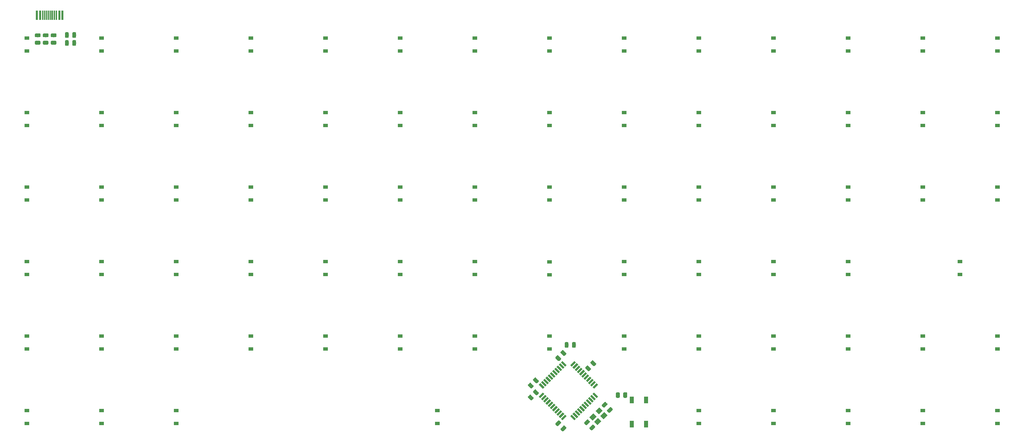
<source format=gbr>
G04 #@! TF.GenerationSoftware,KiCad,Pcbnew,(5.1.4)-1*
G04 #@! TF.CreationDate,2020-08-23T17:11:36-07:00*
G04 #@! TF.ProjectId,B3PKey,4233504b-6579-42e6-9b69-6361645f7063,1*
G04 #@! TF.SameCoordinates,Original*
G04 #@! TF.FileFunction,Paste,Bot*
G04 #@! TF.FilePolarity,Positive*
%FSLAX46Y46*%
G04 Gerber Fmt 4.6, Leading zero omitted, Abs format (unit mm)*
G04 Created by KiCad (PCBNEW (5.1.4)-1) date 2020-08-23 17:11:36*
%MOMM*%
%LPD*%
G04 APERTURE LIST*
%ADD10R,1.200000X0.900000*%
%ADD11C,0.100000*%
%ADD12C,0.975000*%
%ADD13R,0.300000X2.450000*%
%ADD14R,0.600000X2.450000*%
%ADD15C,1.200000*%
%ADD16C,0.550000*%
%ADD17R,1.100000X1.800000*%
G04 APERTURE END LIST*
D10*
X92075000Y-92012500D03*
X92075000Y-95312500D03*
D11*
G36*
X236540478Y-190810314D02*
G01*
X236564139Y-190813824D01*
X236587343Y-190819636D01*
X236609865Y-190827694D01*
X236631489Y-190837922D01*
X236652006Y-190850219D01*
X236671219Y-190864469D01*
X236688943Y-190880533D01*
X237033658Y-191225248D01*
X237049722Y-191242972D01*
X237063972Y-191262185D01*
X237076269Y-191282702D01*
X237086497Y-191304326D01*
X237094555Y-191326848D01*
X237100367Y-191350052D01*
X237103877Y-191373713D01*
X237105051Y-191397605D01*
X237103877Y-191421497D01*
X237100367Y-191445158D01*
X237094555Y-191468362D01*
X237086497Y-191490884D01*
X237076269Y-191512508D01*
X237063972Y-191533025D01*
X237049722Y-191552238D01*
X237033658Y-191569962D01*
X236388423Y-192215197D01*
X236370699Y-192231261D01*
X236351486Y-192245511D01*
X236330969Y-192257808D01*
X236309345Y-192268036D01*
X236286823Y-192276094D01*
X236263619Y-192281906D01*
X236239958Y-192285416D01*
X236216066Y-192286590D01*
X236192174Y-192285416D01*
X236168513Y-192281906D01*
X236145309Y-192276094D01*
X236122787Y-192268036D01*
X236101163Y-192257808D01*
X236080646Y-192245511D01*
X236061433Y-192231261D01*
X236043709Y-192215197D01*
X235698994Y-191870482D01*
X235682930Y-191852758D01*
X235668680Y-191833545D01*
X235656383Y-191813028D01*
X235646155Y-191791404D01*
X235638097Y-191768882D01*
X235632285Y-191745678D01*
X235628775Y-191722017D01*
X235627601Y-191698125D01*
X235628775Y-191674233D01*
X235632285Y-191650572D01*
X235638097Y-191627368D01*
X235646155Y-191604846D01*
X235656383Y-191583222D01*
X235668680Y-191562705D01*
X235682930Y-191543492D01*
X235698994Y-191525768D01*
X236344229Y-190880533D01*
X236361953Y-190864469D01*
X236381166Y-190850219D01*
X236401683Y-190837922D01*
X236423307Y-190827694D01*
X236445829Y-190819636D01*
X236469033Y-190813824D01*
X236492694Y-190810314D01*
X236516586Y-190809140D01*
X236540478Y-190810314D01*
X236540478Y-190810314D01*
G37*
D12*
X236366326Y-191547865D03*
D11*
G36*
X235214652Y-189484488D02*
G01*
X235238313Y-189487998D01*
X235261517Y-189493810D01*
X235284039Y-189501868D01*
X235305663Y-189512096D01*
X235326180Y-189524393D01*
X235345393Y-189538643D01*
X235363117Y-189554707D01*
X235707832Y-189899422D01*
X235723896Y-189917146D01*
X235738146Y-189936359D01*
X235750443Y-189956876D01*
X235760671Y-189978500D01*
X235768729Y-190001022D01*
X235774541Y-190024226D01*
X235778051Y-190047887D01*
X235779225Y-190071779D01*
X235778051Y-190095671D01*
X235774541Y-190119332D01*
X235768729Y-190142536D01*
X235760671Y-190165058D01*
X235750443Y-190186682D01*
X235738146Y-190207199D01*
X235723896Y-190226412D01*
X235707832Y-190244136D01*
X235062597Y-190889371D01*
X235044873Y-190905435D01*
X235025660Y-190919685D01*
X235005143Y-190931982D01*
X234983519Y-190942210D01*
X234960997Y-190950268D01*
X234937793Y-190956080D01*
X234914132Y-190959590D01*
X234890240Y-190960764D01*
X234866348Y-190959590D01*
X234842687Y-190956080D01*
X234819483Y-190950268D01*
X234796961Y-190942210D01*
X234775337Y-190931982D01*
X234754820Y-190919685D01*
X234735607Y-190905435D01*
X234717883Y-190889371D01*
X234373168Y-190544656D01*
X234357104Y-190526932D01*
X234342854Y-190507719D01*
X234330557Y-190487202D01*
X234320329Y-190465578D01*
X234312271Y-190443056D01*
X234306459Y-190419852D01*
X234302949Y-190396191D01*
X234301775Y-190372299D01*
X234302949Y-190348407D01*
X234306459Y-190324746D01*
X234312271Y-190301542D01*
X234320329Y-190279020D01*
X234330557Y-190257396D01*
X234342854Y-190236879D01*
X234357104Y-190217666D01*
X234373168Y-190199942D01*
X235018403Y-189554707D01*
X235036127Y-189538643D01*
X235055340Y-189524393D01*
X235075857Y-189512096D01*
X235097481Y-189501868D01*
X235120003Y-189493810D01*
X235143207Y-189487998D01*
X235166868Y-189484488D01*
X235190760Y-189483314D01*
X235214652Y-189484488D01*
X235214652Y-189484488D01*
G37*
D12*
X235040500Y-190222039D03*
D11*
G36*
X102581142Y-92519174D02*
G01*
X102604803Y-92522684D01*
X102628007Y-92528496D01*
X102650529Y-92536554D01*
X102672153Y-92546782D01*
X102692670Y-92559079D01*
X102711883Y-92573329D01*
X102729607Y-92589393D01*
X102745671Y-92607117D01*
X102759921Y-92626330D01*
X102772218Y-92646847D01*
X102782446Y-92668471D01*
X102790504Y-92690993D01*
X102796316Y-92714197D01*
X102799826Y-92737858D01*
X102801000Y-92761750D01*
X102801000Y-93674250D01*
X102799826Y-93698142D01*
X102796316Y-93721803D01*
X102790504Y-93745007D01*
X102782446Y-93767529D01*
X102772218Y-93789153D01*
X102759921Y-93809670D01*
X102745671Y-93828883D01*
X102729607Y-93846607D01*
X102711883Y-93862671D01*
X102692670Y-93876921D01*
X102672153Y-93889218D01*
X102650529Y-93899446D01*
X102628007Y-93907504D01*
X102604803Y-93913316D01*
X102581142Y-93916826D01*
X102557250Y-93918000D01*
X102069750Y-93918000D01*
X102045858Y-93916826D01*
X102022197Y-93913316D01*
X101998993Y-93907504D01*
X101976471Y-93899446D01*
X101954847Y-93889218D01*
X101934330Y-93876921D01*
X101915117Y-93862671D01*
X101897393Y-93846607D01*
X101881329Y-93828883D01*
X101867079Y-93809670D01*
X101854782Y-93789153D01*
X101844554Y-93767529D01*
X101836496Y-93745007D01*
X101830684Y-93721803D01*
X101827174Y-93698142D01*
X101826000Y-93674250D01*
X101826000Y-92761750D01*
X101827174Y-92737858D01*
X101830684Y-92714197D01*
X101836496Y-92690993D01*
X101844554Y-92668471D01*
X101854782Y-92646847D01*
X101867079Y-92626330D01*
X101881329Y-92607117D01*
X101897393Y-92589393D01*
X101915117Y-92573329D01*
X101934330Y-92559079D01*
X101954847Y-92546782D01*
X101976471Y-92536554D01*
X101998993Y-92528496D01*
X102022197Y-92522684D01*
X102045858Y-92519174D01*
X102069750Y-92518000D01*
X102557250Y-92518000D01*
X102581142Y-92519174D01*
X102581142Y-92519174D01*
G37*
D12*
X102313500Y-93218000D03*
D11*
G36*
X104456142Y-92519174D02*
G01*
X104479803Y-92522684D01*
X104503007Y-92528496D01*
X104525529Y-92536554D01*
X104547153Y-92546782D01*
X104567670Y-92559079D01*
X104586883Y-92573329D01*
X104604607Y-92589393D01*
X104620671Y-92607117D01*
X104634921Y-92626330D01*
X104647218Y-92646847D01*
X104657446Y-92668471D01*
X104665504Y-92690993D01*
X104671316Y-92714197D01*
X104674826Y-92737858D01*
X104676000Y-92761750D01*
X104676000Y-93674250D01*
X104674826Y-93698142D01*
X104671316Y-93721803D01*
X104665504Y-93745007D01*
X104657446Y-93767529D01*
X104647218Y-93789153D01*
X104634921Y-93809670D01*
X104620671Y-93828883D01*
X104604607Y-93846607D01*
X104586883Y-93862671D01*
X104567670Y-93876921D01*
X104547153Y-93889218D01*
X104525529Y-93899446D01*
X104503007Y-93907504D01*
X104479803Y-93913316D01*
X104456142Y-93916826D01*
X104432250Y-93918000D01*
X103944750Y-93918000D01*
X103920858Y-93916826D01*
X103897197Y-93913316D01*
X103873993Y-93907504D01*
X103851471Y-93899446D01*
X103829847Y-93889218D01*
X103809330Y-93876921D01*
X103790117Y-93862671D01*
X103772393Y-93846607D01*
X103756329Y-93828883D01*
X103742079Y-93809670D01*
X103729782Y-93789153D01*
X103719554Y-93767529D01*
X103711496Y-93745007D01*
X103705684Y-93721803D01*
X103702174Y-93698142D01*
X103701000Y-93674250D01*
X103701000Y-92761750D01*
X103702174Y-92737858D01*
X103705684Y-92714197D01*
X103711496Y-92690993D01*
X103719554Y-92668471D01*
X103729782Y-92646847D01*
X103742079Y-92626330D01*
X103756329Y-92607117D01*
X103772393Y-92589393D01*
X103790117Y-92573329D01*
X103809330Y-92559079D01*
X103829847Y-92546782D01*
X103851471Y-92536554D01*
X103873993Y-92528496D01*
X103897197Y-92522684D01*
X103920858Y-92519174D01*
X103944750Y-92518000D01*
X104432250Y-92518000D01*
X104456142Y-92519174D01*
X104456142Y-92519174D01*
G37*
D12*
X104188500Y-93218000D03*
D11*
G36*
X102581142Y-90487174D02*
G01*
X102604803Y-90490684D01*
X102628007Y-90496496D01*
X102650529Y-90504554D01*
X102672153Y-90514782D01*
X102692670Y-90527079D01*
X102711883Y-90541329D01*
X102729607Y-90557393D01*
X102745671Y-90575117D01*
X102759921Y-90594330D01*
X102772218Y-90614847D01*
X102782446Y-90636471D01*
X102790504Y-90658993D01*
X102796316Y-90682197D01*
X102799826Y-90705858D01*
X102801000Y-90729750D01*
X102801000Y-91642250D01*
X102799826Y-91666142D01*
X102796316Y-91689803D01*
X102790504Y-91713007D01*
X102782446Y-91735529D01*
X102772218Y-91757153D01*
X102759921Y-91777670D01*
X102745671Y-91796883D01*
X102729607Y-91814607D01*
X102711883Y-91830671D01*
X102692670Y-91844921D01*
X102672153Y-91857218D01*
X102650529Y-91867446D01*
X102628007Y-91875504D01*
X102604803Y-91881316D01*
X102581142Y-91884826D01*
X102557250Y-91886000D01*
X102069750Y-91886000D01*
X102045858Y-91884826D01*
X102022197Y-91881316D01*
X101998993Y-91875504D01*
X101976471Y-91867446D01*
X101954847Y-91857218D01*
X101934330Y-91844921D01*
X101915117Y-91830671D01*
X101897393Y-91814607D01*
X101881329Y-91796883D01*
X101867079Y-91777670D01*
X101854782Y-91757153D01*
X101844554Y-91735529D01*
X101836496Y-91713007D01*
X101830684Y-91689803D01*
X101827174Y-91666142D01*
X101826000Y-91642250D01*
X101826000Y-90729750D01*
X101827174Y-90705858D01*
X101830684Y-90682197D01*
X101836496Y-90658993D01*
X101844554Y-90636471D01*
X101854782Y-90614847D01*
X101867079Y-90594330D01*
X101881329Y-90575117D01*
X101897393Y-90557393D01*
X101915117Y-90541329D01*
X101934330Y-90527079D01*
X101954847Y-90514782D01*
X101976471Y-90504554D01*
X101998993Y-90496496D01*
X102022197Y-90490684D01*
X102045858Y-90487174D01*
X102069750Y-90486000D01*
X102557250Y-90486000D01*
X102581142Y-90487174D01*
X102581142Y-90487174D01*
G37*
D12*
X102313500Y-91186000D03*
D11*
G36*
X104456142Y-90487174D02*
G01*
X104479803Y-90490684D01*
X104503007Y-90496496D01*
X104525529Y-90504554D01*
X104547153Y-90514782D01*
X104567670Y-90527079D01*
X104586883Y-90541329D01*
X104604607Y-90557393D01*
X104620671Y-90575117D01*
X104634921Y-90594330D01*
X104647218Y-90614847D01*
X104657446Y-90636471D01*
X104665504Y-90658993D01*
X104671316Y-90682197D01*
X104674826Y-90705858D01*
X104676000Y-90729750D01*
X104676000Y-91642250D01*
X104674826Y-91666142D01*
X104671316Y-91689803D01*
X104665504Y-91713007D01*
X104657446Y-91735529D01*
X104647218Y-91757153D01*
X104634921Y-91777670D01*
X104620671Y-91796883D01*
X104604607Y-91814607D01*
X104586883Y-91830671D01*
X104567670Y-91844921D01*
X104547153Y-91857218D01*
X104525529Y-91867446D01*
X104503007Y-91875504D01*
X104479803Y-91881316D01*
X104456142Y-91884826D01*
X104432250Y-91886000D01*
X103944750Y-91886000D01*
X103920858Y-91884826D01*
X103897197Y-91881316D01*
X103873993Y-91875504D01*
X103851471Y-91867446D01*
X103829847Y-91857218D01*
X103809330Y-91844921D01*
X103790117Y-91830671D01*
X103772393Y-91814607D01*
X103756329Y-91796883D01*
X103742079Y-91777670D01*
X103729782Y-91757153D01*
X103719554Y-91735529D01*
X103711496Y-91713007D01*
X103705684Y-91689803D01*
X103702174Y-91666142D01*
X103701000Y-91642250D01*
X103701000Y-90729750D01*
X103702174Y-90705858D01*
X103705684Y-90682197D01*
X103711496Y-90658993D01*
X103719554Y-90636471D01*
X103729782Y-90614847D01*
X103742079Y-90594330D01*
X103756329Y-90575117D01*
X103772393Y-90557393D01*
X103790117Y-90541329D01*
X103809330Y-90527079D01*
X103829847Y-90514782D01*
X103851471Y-90504554D01*
X103873993Y-90496496D01*
X103897197Y-90490684D01*
X103920858Y-90487174D01*
X103944750Y-90486000D01*
X104432250Y-90486000D01*
X104456142Y-90487174D01*
X104456142Y-90487174D01*
G37*
D12*
X104188500Y-91186000D03*
D11*
G36*
X221875230Y-181816008D02*
G01*
X221898891Y-181819518D01*
X221922095Y-181825330D01*
X221944617Y-181833388D01*
X221966241Y-181843616D01*
X221986758Y-181855913D01*
X222005971Y-181870163D01*
X222023695Y-181886227D01*
X222668930Y-182531462D01*
X222684994Y-182549186D01*
X222699244Y-182568399D01*
X222711541Y-182588916D01*
X222721769Y-182610540D01*
X222729827Y-182633062D01*
X222735639Y-182656266D01*
X222739149Y-182679927D01*
X222740323Y-182703819D01*
X222739149Y-182727711D01*
X222735639Y-182751372D01*
X222729827Y-182774576D01*
X222721769Y-182797098D01*
X222711541Y-182818722D01*
X222699244Y-182839239D01*
X222684994Y-182858452D01*
X222668930Y-182876176D01*
X222324215Y-183220891D01*
X222306491Y-183236955D01*
X222287278Y-183251205D01*
X222266761Y-183263502D01*
X222245137Y-183273730D01*
X222222615Y-183281788D01*
X222199411Y-183287600D01*
X222175750Y-183291110D01*
X222151858Y-183292284D01*
X222127966Y-183291110D01*
X222104305Y-183287600D01*
X222081101Y-183281788D01*
X222058579Y-183273730D01*
X222036955Y-183263502D01*
X222016438Y-183251205D01*
X221997225Y-183236955D01*
X221979501Y-183220891D01*
X221334266Y-182575656D01*
X221318202Y-182557932D01*
X221303952Y-182538719D01*
X221291655Y-182518202D01*
X221281427Y-182496578D01*
X221273369Y-182474056D01*
X221267557Y-182450852D01*
X221264047Y-182427191D01*
X221262873Y-182403299D01*
X221264047Y-182379407D01*
X221267557Y-182355746D01*
X221273369Y-182332542D01*
X221281427Y-182310020D01*
X221291655Y-182288396D01*
X221303952Y-182267879D01*
X221318202Y-182248666D01*
X221334266Y-182230942D01*
X221678981Y-181886227D01*
X221696705Y-181870163D01*
X221715918Y-181855913D01*
X221736435Y-181843616D01*
X221758059Y-181833388D01*
X221780581Y-181825330D01*
X221803785Y-181819518D01*
X221827446Y-181816008D01*
X221851338Y-181814834D01*
X221875230Y-181816008D01*
X221875230Y-181816008D01*
G37*
D12*
X222001598Y-182553559D03*
D11*
G36*
X220549404Y-183141834D02*
G01*
X220573065Y-183145344D01*
X220596269Y-183151156D01*
X220618791Y-183159214D01*
X220640415Y-183169442D01*
X220660932Y-183181739D01*
X220680145Y-183195989D01*
X220697869Y-183212053D01*
X221343104Y-183857288D01*
X221359168Y-183875012D01*
X221373418Y-183894225D01*
X221385715Y-183914742D01*
X221395943Y-183936366D01*
X221404001Y-183958888D01*
X221409813Y-183982092D01*
X221413323Y-184005753D01*
X221414497Y-184029645D01*
X221413323Y-184053537D01*
X221409813Y-184077198D01*
X221404001Y-184100402D01*
X221395943Y-184122924D01*
X221385715Y-184144548D01*
X221373418Y-184165065D01*
X221359168Y-184184278D01*
X221343104Y-184202002D01*
X220998389Y-184546717D01*
X220980665Y-184562781D01*
X220961452Y-184577031D01*
X220940935Y-184589328D01*
X220919311Y-184599556D01*
X220896789Y-184607614D01*
X220873585Y-184613426D01*
X220849924Y-184616936D01*
X220826032Y-184618110D01*
X220802140Y-184616936D01*
X220778479Y-184613426D01*
X220755275Y-184607614D01*
X220732753Y-184599556D01*
X220711129Y-184589328D01*
X220690612Y-184577031D01*
X220671399Y-184562781D01*
X220653675Y-184546717D01*
X220008440Y-183901482D01*
X219992376Y-183883758D01*
X219978126Y-183864545D01*
X219965829Y-183844028D01*
X219955601Y-183822404D01*
X219947543Y-183799882D01*
X219941731Y-183776678D01*
X219938221Y-183753017D01*
X219937047Y-183729125D01*
X219938221Y-183705233D01*
X219941731Y-183681572D01*
X219947543Y-183658368D01*
X219955601Y-183635846D01*
X219965829Y-183614222D01*
X219978126Y-183593705D01*
X219992376Y-183574492D01*
X220008440Y-183556768D01*
X220353155Y-183212053D01*
X220370879Y-183195989D01*
X220390092Y-183181739D01*
X220410609Y-183169442D01*
X220432233Y-183159214D01*
X220454755Y-183151156D01*
X220477959Y-183145344D01*
X220501620Y-183141834D01*
X220525512Y-183140660D01*
X220549404Y-183141834D01*
X220549404Y-183141834D01*
G37*
D12*
X220675772Y-183879385D03*
D11*
G36*
X97381142Y-90778174D02*
G01*
X97404803Y-90781684D01*
X97428007Y-90787496D01*
X97450529Y-90795554D01*
X97472153Y-90805782D01*
X97492670Y-90818079D01*
X97511883Y-90832329D01*
X97529607Y-90848393D01*
X97545671Y-90866117D01*
X97559921Y-90885330D01*
X97572218Y-90905847D01*
X97582446Y-90927471D01*
X97590504Y-90949993D01*
X97596316Y-90973197D01*
X97599826Y-90996858D01*
X97601000Y-91020750D01*
X97601000Y-91508250D01*
X97599826Y-91532142D01*
X97596316Y-91555803D01*
X97590504Y-91579007D01*
X97582446Y-91601529D01*
X97572218Y-91623153D01*
X97559921Y-91643670D01*
X97545671Y-91662883D01*
X97529607Y-91680607D01*
X97511883Y-91696671D01*
X97492670Y-91710921D01*
X97472153Y-91723218D01*
X97450529Y-91733446D01*
X97428007Y-91741504D01*
X97404803Y-91747316D01*
X97381142Y-91750826D01*
X97357250Y-91752000D01*
X96444750Y-91752000D01*
X96420858Y-91750826D01*
X96397197Y-91747316D01*
X96373993Y-91741504D01*
X96351471Y-91733446D01*
X96329847Y-91723218D01*
X96309330Y-91710921D01*
X96290117Y-91696671D01*
X96272393Y-91680607D01*
X96256329Y-91662883D01*
X96242079Y-91643670D01*
X96229782Y-91623153D01*
X96219554Y-91601529D01*
X96211496Y-91579007D01*
X96205684Y-91555803D01*
X96202174Y-91532142D01*
X96201000Y-91508250D01*
X96201000Y-91020750D01*
X96202174Y-90996858D01*
X96205684Y-90973197D01*
X96211496Y-90949993D01*
X96219554Y-90927471D01*
X96229782Y-90905847D01*
X96242079Y-90885330D01*
X96256329Y-90866117D01*
X96272393Y-90848393D01*
X96290117Y-90832329D01*
X96309330Y-90818079D01*
X96329847Y-90805782D01*
X96351471Y-90795554D01*
X96373993Y-90787496D01*
X96397197Y-90781684D01*
X96420858Y-90778174D01*
X96444750Y-90777000D01*
X97357250Y-90777000D01*
X97381142Y-90778174D01*
X97381142Y-90778174D01*
G37*
D12*
X96901000Y-91264500D03*
D11*
G36*
X97381142Y-92653174D02*
G01*
X97404803Y-92656684D01*
X97428007Y-92662496D01*
X97450529Y-92670554D01*
X97472153Y-92680782D01*
X97492670Y-92693079D01*
X97511883Y-92707329D01*
X97529607Y-92723393D01*
X97545671Y-92741117D01*
X97559921Y-92760330D01*
X97572218Y-92780847D01*
X97582446Y-92802471D01*
X97590504Y-92824993D01*
X97596316Y-92848197D01*
X97599826Y-92871858D01*
X97601000Y-92895750D01*
X97601000Y-93383250D01*
X97599826Y-93407142D01*
X97596316Y-93430803D01*
X97590504Y-93454007D01*
X97582446Y-93476529D01*
X97572218Y-93498153D01*
X97559921Y-93518670D01*
X97545671Y-93537883D01*
X97529607Y-93555607D01*
X97511883Y-93571671D01*
X97492670Y-93585921D01*
X97472153Y-93598218D01*
X97450529Y-93608446D01*
X97428007Y-93616504D01*
X97404803Y-93622316D01*
X97381142Y-93625826D01*
X97357250Y-93627000D01*
X96444750Y-93627000D01*
X96420858Y-93625826D01*
X96397197Y-93622316D01*
X96373993Y-93616504D01*
X96351471Y-93608446D01*
X96329847Y-93598218D01*
X96309330Y-93585921D01*
X96290117Y-93571671D01*
X96272393Y-93555607D01*
X96256329Y-93537883D01*
X96242079Y-93518670D01*
X96229782Y-93498153D01*
X96219554Y-93476529D01*
X96211496Y-93454007D01*
X96205684Y-93430803D01*
X96202174Y-93407142D01*
X96201000Y-93383250D01*
X96201000Y-92895750D01*
X96202174Y-92871858D01*
X96205684Y-92848197D01*
X96211496Y-92824993D01*
X96219554Y-92802471D01*
X96229782Y-92780847D01*
X96242079Y-92760330D01*
X96256329Y-92741117D01*
X96272393Y-92723393D01*
X96290117Y-92707329D01*
X96309330Y-92693079D01*
X96329847Y-92680782D01*
X96351471Y-92670554D01*
X96373993Y-92662496D01*
X96397197Y-92656684D01*
X96420858Y-92653174D01*
X96444750Y-92652000D01*
X97357250Y-92652000D01*
X97381142Y-92653174D01*
X97381142Y-92653174D01*
G37*
D12*
X96901000Y-93139500D03*
D11*
G36*
X99413142Y-90778174D02*
G01*
X99436803Y-90781684D01*
X99460007Y-90787496D01*
X99482529Y-90795554D01*
X99504153Y-90805782D01*
X99524670Y-90818079D01*
X99543883Y-90832329D01*
X99561607Y-90848393D01*
X99577671Y-90866117D01*
X99591921Y-90885330D01*
X99604218Y-90905847D01*
X99614446Y-90927471D01*
X99622504Y-90949993D01*
X99628316Y-90973197D01*
X99631826Y-90996858D01*
X99633000Y-91020750D01*
X99633000Y-91508250D01*
X99631826Y-91532142D01*
X99628316Y-91555803D01*
X99622504Y-91579007D01*
X99614446Y-91601529D01*
X99604218Y-91623153D01*
X99591921Y-91643670D01*
X99577671Y-91662883D01*
X99561607Y-91680607D01*
X99543883Y-91696671D01*
X99524670Y-91710921D01*
X99504153Y-91723218D01*
X99482529Y-91733446D01*
X99460007Y-91741504D01*
X99436803Y-91747316D01*
X99413142Y-91750826D01*
X99389250Y-91752000D01*
X98476750Y-91752000D01*
X98452858Y-91750826D01*
X98429197Y-91747316D01*
X98405993Y-91741504D01*
X98383471Y-91733446D01*
X98361847Y-91723218D01*
X98341330Y-91710921D01*
X98322117Y-91696671D01*
X98304393Y-91680607D01*
X98288329Y-91662883D01*
X98274079Y-91643670D01*
X98261782Y-91623153D01*
X98251554Y-91601529D01*
X98243496Y-91579007D01*
X98237684Y-91555803D01*
X98234174Y-91532142D01*
X98233000Y-91508250D01*
X98233000Y-91020750D01*
X98234174Y-90996858D01*
X98237684Y-90973197D01*
X98243496Y-90949993D01*
X98251554Y-90927471D01*
X98261782Y-90905847D01*
X98274079Y-90885330D01*
X98288329Y-90866117D01*
X98304393Y-90848393D01*
X98322117Y-90832329D01*
X98341330Y-90818079D01*
X98361847Y-90805782D01*
X98383471Y-90795554D01*
X98405993Y-90787496D01*
X98429197Y-90781684D01*
X98452858Y-90778174D01*
X98476750Y-90777000D01*
X99389250Y-90777000D01*
X99413142Y-90778174D01*
X99413142Y-90778174D01*
G37*
D12*
X98933000Y-91264500D03*
D11*
G36*
X99413142Y-92653174D02*
G01*
X99436803Y-92656684D01*
X99460007Y-92662496D01*
X99482529Y-92670554D01*
X99504153Y-92680782D01*
X99524670Y-92693079D01*
X99543883Y-92707329D01*
X99561607Y-92723393D01*
X99577671Y-92741117D01*
X99591921Y-92760330D01*
X99604218Y-92780847D01*
X99614446Y-92802471D01*
X99622504Y-92824993D01*
X99628316Y-92848197D01*
X99631826Y-92871858D01*
X99633000Y-92895750D01*
X99633000Y-93383250D01*
X99631826Y-93407142D01*
X99628316Y-93430803D01*
X99622504Y-93454007D01*
X99614446Y-93476529D01*
X99604218Y-93498153D01*
X99591921Y-93518670D01*
X99577671Y-93537883D01*
X99561607Y-93555607D01*
X99543883Y-93571671D01*
X99524670Y-93585921D01*
X99504153Y-93598218D01*
X99482529Y-93608446D01*
X99460007Y-93616504D01*
X99436803Y-93622316D01*
X99413142Y-93625826D01*
X99389250Y-93627000D01*
X98476750Y-93627000D01*
X98452858Y-93625826D01*
X98429197Y-93622316D01*
X98405993Y-93616504D01*
X98383471Y-93608446D01*
X98361847Y-93598218D01*
X98341330Y-93585921D01*
X98322117Y-93571671D01*
X98304393Y-93555607D01*
X98288329Y-93537883D01*
X98274079Y-93518670D01*
X98261782Y-93498153D01*
X98251554Y-93476529D01*
X98243496Y-93454007D01*
X98237684Y-93430803D01*
X98234174Y-93407142D01*
X98233000Y-93383250D01*
X98233000Y-92895750D01*
X98234174Y-92871858D01*
X98237684Y-92848197D01*
X98243496Y-92824993D01*
X98251554Y-92802471D01*
X98261782Y-92780847D01*
X98274079Y-92760330D01*
X98288329Y-92741117D01*
X98304393Y-92723393D01*
X98322117Y-92707329D01*
X98341330Y-92693079D01*
X98361847Y-92680782D01*
X98383471Y-92670554D01*
X98405993Y-92662496D01*
X98429197Y-92656684D01*
X98452858Y-92653174D01*
X98476750Y-92652000D01*
X99389250Y-92652000D01*
X99413142Y-92653174D01*
X99413142Y-92653174D01*
G37*
D12*
X98933000Y-93139500D03*
D11*
G36*
X243170142Y-182562174D02*
G01*
X243193803Y-182565684D01*
X243217007Y-182571496D01*
X243239529Y-182579554D01*
X243261153Y-182589782D01*
X243281670Y-182602079D01*
X243300883Y-182616329D01*
X243318607Y-182632393D01*
X243334671Y-182650117D01*
X243348921Y-182669330D01*
X243361218Y-182689847D01*
X243371446Y-182711471D01*
X243379504Y-182733993D01*
X243385316Y-182757197D01*
X243388826Y-182780858D01*
X243390000Y-182804750D01*
X243390000Y-183717250D01*
X243388826Y-183741142D01*
X243385316Y-183764803D01*
X243379504Y-183788007D01*
X243371446Y-183810529D01*
X243361218Y-183832153D01*
X243348921Y-183852670D01*
X243334671Y-183871883D01*
X243318607Y-183889607D01*
X243300883Y-183905671D01*
X243281670Y-183919921D01*
X243261153Y-183932218D01*
X243239529Y-183942446D01*
X243217007Y-183950504D01*
X243193803Y-183956316D01*
X243170142Y-183959826D01*
X243146250Y-183961000D01*
X242658750Y-183961000D01*
X242634858Y-183959826D01*
X242611197Y-183956316D01*
X242587993Y-183950504D01*
X242565471Y-183942446D01*
X242543847Y-183932218D01*
X242523330Y-183919921D01*
X242504117Y-183905671D01*
X242486393Y-183889607D01*
X242470329Y-183871883D01*
X242456079Y-183852670D01*
X242443782Y-183832153D01*
X242433554Y-183810529D01*
X242425496Y-183788007D01*
X242419684Y-183764803D01*
X242416174Y-183741142D01*
X242415000Y-183717250D01*
X242415000Y-182804750D01*
X242416174Y-182780858D01*
X242419684Y-182757197D01*
X242425496Y-182733993D01*
X242433554Y-182711471D01*
X242443782Y-182689847D01*
X242456079Y-182669330D01*
X242470329Y-182650117D01*
X242486393Y-182632393D01*
X242504117Y-182616329D01*
X242523330Y-182602079D01*
X242543847Y-182589782D01*
X242565471Y-182579554D01*
X242587993Y-182571496D01*
X242611197Y-182565684D01*
X242634858Y-182562174D01*
X242658750Y-182561000D01*
X243146250Y-182561000D01*
X243170142Y-182562174D01*
X243170142Y-182562174D01*
G37*
D12*
X242902500Y-183261000D03*
D11*
G36*
X245045142Y-182562174D02*
G01*
X245068803Y-182565684D01*
X245092007Y-182571496D01*
X245114529Y-182579554D01*
X245136153Y-182589782D01*
X245156670Y-182602079D01*
X245175883Y-182616329D01*
X245193607Y-182632393D01*
X245209671Y-182650117D01*
X245223921Y-182669330D01*
X245236218Y-182689847D01*
X245246446Y-182711471D01*
X245254504Y-182733993D01*
X245260316Y-182757197D01*
X245263826Y-182780858D01*
X245265000Y-182804750D01*
X245265000Y-183717250D01*
X245263826Y-183741142D01*
X245260316Y-183764803D01*
X245254504Y-183788007D01*
X245246446Y-183810529D01*
X245236218Y-183832153D01*
X245223921Y-183852670D01*
X245209671Y-183871883D01*
X245193607Y-183889607D01*
X245175883Y-183905671D01*
X245156670Y-183919921D01*
X245136153Y-183932218D01*
X245114529Y-183942446D01*
X245092007Y-183950504D01*
X245068803Y-183956316D01*
X245045142Y-183959826D01*
X245021250Y-183961000D01*
X244533750Y-183961000D01*
X244509858Y-183959826D01*
X244486197Y-183956316D01*
X244462993Y-183950504D01*
X244440471Y-183942446D01*
X244418847Y-183932218D01*
X244398330Y-183919921D01*
X244379117Y-183905671D01*
X244361393Y-183889607D01*
X244345329Y-183871883D01*
X244331079Y-183852670D01*
X244318782Y-183832153D01*
X244308554Y-183810529D01*
X244300496Y-183788007D01*
X244294684Y-183764803D01*
X244291174Y-183741142D01*
X244290000Y-183717250D01*
X244290000Y-182804750D01*
X244291174Y-182780858D01*
X244294684Y-182757197D01*
X244300496Y-182733993D01*
X244308554Y-182711471D01*
X244318782Y-182689847D01*
X244331079Y-182669330D01*
X244345329Y-182650117D01*
X244361393Y-182632393D01*
X244379117Y-182616329D01*
X244398330Y-182602079D01*
X244418847Y-182589782D01*
X244440471Y-182579554D01*
X244462993Y-182571496D01*
X244486197Y-182565684D01*
X244509858Y-182562174D01*
X244533750Y-182561000D01*
X245021250Y-182561000D01*
X245045142Y-182562174D01*
X245045142Y-182562174D01*
G37*
D12*
X244777500Y-183261000D03*
D13*
X97667000Y-86096800D03*
X98167000Y-86096800D03*
X98667000Y-86096800D03*
X97167000Y-86096800D03*
X99167000Y-86096800D03*
X96667000Y-86096800D03*
X99667000Y-86096800D03*
X96167000Y-86096800D03*
D14*
X95467000Y-86096800D03*
X100367000Y-86096800D03*
X94692000Y-86096800D03*
X101142000Y-86096800D03*
D11*
G36*
X95349142Y-90778174D02*
G01*
X95372803Y-90781684D01*
X95396007Y-90787496D01*
X95418529Y-90795554D01*
X95440153Y-90805782D01*
X95460670Y-90818079D01*
X95479883Y-90832329D01*
X95497607Y-90848393D01*
X95513671Y-90866117D01*
X95527921Y-90885330D01*
X95540218Y-90905847D01*
X95550446Y-90927471D01*
X95558504Y-90949993D01*
X95564316Y-90973197D01*
X95567826Y-90996858D01*
X95569000Y-91020750D01*
X95569000Y-91508250D01*
X95567826Y-91532142D01*
X95564316Y-91555803D01*
X95558504Y-91579007D01*
X95550446Y-91601529D01*
X95540218Y-91623153D01*
X95527921Y-91643670D01*
X95513671Y-91662883D01*
X95497607Y-91680607D01*
X95479883Y-91696671D01*
X95460670Y-91710921D01*
X95440153Y-91723218D01*
X95418529Y-91733446D01*
X95396007Y-91741504D01*
X95372803Y-91747316D01*
X95349142Y-91750826D01*
X95325250Y-91752000D01*
X94412750Y-91752000D01*
X94388858Y-91750826D01*
X94365197Y-91747316D01*
X94341993Y-91741504D01*
X94319471Y-91733446D01*
X94297847Y-91723218D01*
X94277330Y-91710921D01*
X94258117Y-91696671D01*
X94240393Y-91680607D01*
X94224329Y-91662883D01*
X94210079Y-91643670D01*
X94197782Y-91623153D01*
X94187554Y-91601529D01*
X94179496Y-91579007D01*
X94173684Y-91555803D01*
X94170174Y-91532142D01*
X94169000Y-91508250D01*
X94169000Y-91020750D01*
X94170174Y-90996858D01*
X94173684Y-90973197D01*
X94179496Y-90949993D01*
X94187554Y-90927471D01*
X94197782Y-90905847D01*
X94210079Y-90885330D01*
X94224329Y-90866117D01*
X94240393Y-90848393D01*
X94258117Y-90832329D01*
X94277330Y-90818079D01*
X94297847Y-90805782D01*
X94319471Y-90795554D01*
X94341993Y-90787496D01*
X94365197Y-90781684D01*
X94388858Y-90778174D01*
X94412750Y-90777000D01*
X95325250Y-90777000D01*
X95349142Y-90778174D01*
X95349142Y-90778174D01*
G37*
D12*
X94869000Y-91264500D03*
D11*
G36*
X95349142Y-92653174D02*
G01*
X95372803Y-92656684D01*
X95396007Y-92662496D01*
X95418529Y-92670554D01*
X95440153Y-92680782D01*
X95460670Y-92693079D01*
X95479883Y-92707329D01*
X95497607Y-92723393D01*
X95513671Y-92741117D01*
X95527921Y-92760330D01*
X95540218Y-92780847D01*
X95550446Y-92802471D01*
X95558504Y-92824993D01*
X95564316Y-92848197D01*
X95567826Y-92871858D01*
X95569000Y-92895750D01*
X95569000Y-93383250D01*
X95567826Y-93407142D01*
X95564316Y-93430803D01*
X95558504Y-93454007D01*
X95550446Y-93476529D01*
X95540218Y-93498153D01*
X95527921Y-93518670D01*
X95513671Y-93537883D01*
X95497607Y-93555607D01*
X95479883Y-93571671D01*
X95460670Y-93585921D01*
X95440153Y-93598218D01*
X95418529Y-93608446D01*
X95396007Y-93616504D01*
X95372803Y-93622316D01*
X95349142Y-93625826D01*
X95325250Y-93627000D01*
X94412750Y-93627000D01*
X94388858Y-93625826D01*
X94365197Y-93622316D01*
X94341993Y-93616504D01*
X94319471Y-93608446D01*
X94297847Y-93598218D01*
X94277330Y-93585921D01*
X94258117Y-93571671D01*
X94240393Y-93555607D01*
X94224329Y-93537883D01*
X94210079Y-93518670D01*
X94197782Y-93498153D01*
X94187554Y-93476529D01*
X94179496Y-93454007D01*
X94173684Y-93430803D01*
X94170174Y-93407142D01*
X94169000Y-93383250D01*
X94169000Y-92895750D01*
X94170174Y-92871858D01*
X94173684Y-92848197D01*
X94179496Y-92824993D01*
X94187554Y-92802471D01*
X94197782Y-92780847D01*
X94210079Y-92760330D01*
X94224329Y-92741117D01*
X94240393Y-92723393D01*
X94258117Y-92707329D01*
X94277330Y-92693079D01*
X94297847Y-92680782D01*
X94319471Y-92670554D01*
X94341993Y-92662496D01*
X94365197Y-92656684D01*
X94388858Y-92653174D01*
X94412750Y-92652000D01*
X95325250Y-92652000D01*
X95349142Y-92653174D01*
X95349142Y-92653174D01*
G37*
D12*
X94869000Y-93139500D03*
D10*
X196850000Y-187262500D03*
X196850000Y-190562500D03*
X339725000Y-187262500D03*
X339725000Y-190562500D03*
X320675000Y-187200000D03*
X320675000Y-190500000D03*
X301625000Y-187262500D03*
X301625000Y-190562500D03*
X282575000Y-187262500D03*
X282575000Y-190562500D03*
X263525000Y-187262500D03*
X263525000Y-190562500D03*
X130175000Y-187262500D03*
X130175000Y-190562500D03*
X111125000Y-187262500D03*
X111125000Y-190562500D03*
X92075000Y-187262500D03*
X92075000Y-190562500D03*
X339725000Y-168212500D03*
X339725000Y-171512500D03*
X320675000Y-168212500D03*
X320675000Y-171512500D03*
X301625000Y-168212500D03*
X301625000Y-171512500D03*
X282575000Y-168212500D03*
X282575000Y-171512500D03*
X263525000Y-168212500D03*
X263525000Y-171512500D03*
X244475000Y-168212500D03*
X244475000Y-171512500D03*
X225425000Y-168212500D03*
X225425000Y-171512500D03*
X206375000Y-168212500D03*
X206375000Y-171512500D03*
X187325000Y-168212500D03*
X187325000Y-171512500D03*
X168275000Y-168212500D03*
X168275000Y-171512500D03*
X149225000Y-168212500D03*
X149225000Y-171512500D03*
X130175000Y-168212500D03*
X130175000Y-171512500D03*
X111125000Y-168212500D03*
X111125000Y-171512500D03*
X92075000Y-168212500D03*
X92075000Y-171512500D03*
X330200000Y-149162500D03*
X330200000Y-152462500D03*
X301625000Y-149162500D03*
X301625000Y-152462500D03*
X282575000Y-149162500D03*
X282575000Y-152462500D03*
X263525000Y-149162500D03*
X263525000Y-152462500D03*
X244475000Y-149162500D03*
X244475000Y-152462500D03*
X225425000Y-149225000D03*
X225425000Y-152525000D03*
X206375000Y-149162500D03*
X206375000Y-152462500D03*
X187325000Y-149162500D03*
X187325000Y-152462500D03*
X168275000Y-149162500D03*
X168275000Y-152462500D03*
X149225000Y-149162500D03*
X149225000Y-152462500D03*
X130175000Y-149162500D03*
X130175000Y-152462500D03*
X111125000Y-152462500D03*
X111125000Y-149162500D03*
X92075000Y-149162500D03*
X92075000Y-152462500D03*
X339725000Y-130112500D03*
X339725000Y-133412500D03*
X320675000Y-130112500D03*
X320675000Y-133412500D03*
X301625000Y-130112500D03*
X301625000Y-133412500D03*
X282575000Y-130112500D03*
X282575000Y-133412500D03*
X263525000Y-130112500D03*
X263525000Y-133412500D03*
X244475000Y-130112500D03*
X244475000Y-133412500D03*
X225425000Y-130112500D03*
X225425000Y-133412500D03*
X206375000Y-130112500D03*
X206375000Y-133412500D03*
X187325000Y-130112500D03*
X187325000Y-133412500D03*
X168275000Y-130112500D03*
X168275000Y-133412500D03*
X149225000Y-130112500D03*
X149225000Y-133412500D03*
X130175000Y-130112500D03*
X130175000Y-133412500D03*
X111125000Y-130112500D03*
X111125000Y-133412500D03*
X92075000Y-130112500D03*
X92075000Y-133412500D03*
X339725000Y-111062500D03*
X339725000Y-114362500D03*
X320675000Y-111062500D03*
X320675000Y-114362500D03*
X301625000Y-111062500D03*
X301625000Y-114362500D03*
X282575000Y-111062500D03*
X282575000Y-114362500D03*
X263525000Y-111062500D03*
X263525000Y-114362500D03*
X244475000Y-111062500D03*
X244475000Y-114362500D03*
X225425000Y-111062500D03*
X225425000Y-114362500D03*
X206375000Y-111062500D03*
X206375000Y-114362500D03*
X187325000Y-111062500D03*
X187325000Y-114362500D03*
X168275000Y-111062500D03*
X168275000Y-114362500D03*
X149225000Y-111062500D03*
X149225000Y-114362500D03*
X130175000Y-111062500D03*
X130175000Y-114362500D03*
X111125000Y-111062500D03*
X111125000Y-114362500D03*
X92075000Y-111062500D03*
X92075000Y-114362500D03*
X339725000Y-92012500D03*
X339725000Y-95312500D03*
X320675000Y-92012500D03*
X320675000Y-95312500D03*
X301625000Y-92012500D03*
X301625000Y-95312500D03*
X282575000Y-92012500D03*
X282575000Y-95312500D03*
X263525000Y-92012500D03*
X263525000Y-95312500D03*
X244475000Y-92012500D03*
X244475000Y-95312500D03*
X225425000Y-92012500D03*
X225425000Y-95312500D03*
X206375000Y-92012500D03*
X206375000Y-95312500D03*
X187325000Y-92012500D03*
X187325000Y-95312500D03*
X168275000Y-92012500D03*
X168275000Y-95312500D03*
X149225000Y-92012500D03*
X149225000Y-95312500D03*
X130175000Y-92012500D03*
X130175000Y-95312500D03*
X111125000Y-92012500D03*
X111125000Y-95312500D03*
D15*
X237771700Y-190018746D03*
D11*
G36*
X237700989Y-190937985D02*
G01*
X236852461Y-190089457D01*
X237842411Y-189099507D01*
X238690939Y-189948035D01*
X237700989Y-190937985D01*
X237700989Y-190937985D01*
G37*
D15*
X239327335Y-188463111D03*
D11*
G36*
X239256624Y-189382350D02*
G01*
X238408096Y-188533822D01*
X239398046Y-187543872D01*
X240246574Y-188392400D01*
X239256624Y-189382350D01*
X239256624Y-189382350D01*
G37*
D15*
X238125254Y-187261030D03*
D11*
G36*
X238054543Y-188180269D02*
G01*
X237206015Y-187331741D01*
X238195965Y-186341791D01*
X239044493Y-187190319D01*
X238054543Y-188180269D01*
X238054543Y-188180269D01*
G37*
D15*
X236569619Y-188816665D03*
D11*
G36*
X236498908Y-189735904D02*
G01*
X235650380Y-188887376D01*
X236640330Y-187897426D01*
X237488858Y-188745954D01*
X236498908Y-189735904D01*
X236498908Y-189735904D01*
G37*
D16*
X231498573Y-175257455D03*
D11*
G36*
X231834449Y-174532671D02*
G01*
X232223357Y-174921579D01*
X231162697Y-175982239D01*
X230773789Y-175593331D01*
X231834449Y-174532671D01*
X231834449Y-174532671D01*
G37*
D16*
X232064258Y-175823141D03*
D11*
G36*
X232400134Y-175098357D02*
G01*
X232789042Y-175487265D01*
X231728382Y-176547925D01*
X231339474Y-176159017D01*
X232400134Y-175098357D01*
X232400134Y-175098357D01*
G37*
D16*
X232629943Y-176388826D03*
D11*
G36*
X232965819Y-175664042D02*
G01*
X233354727Y-176052950D01*
X232294067Y-177113610D01*
X231905159Y-176724702D01*
X232965819Y-175664042D01*
X232965819Y-175664042D01*
G37*
D16*
X233195629Y-176954511D03*
D11*
G36*
X233531505Y-176229727D02*
G01*
X233920413Y-176618635D01*
X232859753Y-177679295D01*
X232470845Y-177290387D01*
X233531505Y-176229727D01*
X233531505Y-176229727D01*
G37*
D16*
X233761314Y-177520197D03*
D11*
G36*
X234097190Y-176795413D02*
G01*
X234486098Y-177184321D01*
X233425438Y-178244981D01*
X233036530Y-177856073D01*
X234097190Y-176795413D01*
X234097190Y-176795413D01*
G37*
D16*
X234327000Y-178085882D03*
D11*
G36*
X234662876Y-177361098D02*
G01*
X235051784Y-177750006D01*
X233991124Y-178810666D01*
X233602216Y-178421758D01*
X234662876Y-177361098D01*
X234662876Y-177361098D01*
G37*
D16*
X234892685Y-178651568D03*
D11*
G36*
X235228561Y-177926784D02*
G01*
X235617469Y-178315692D01*
X234556809Y-179376352D01*
X234167901Y-178987444D01*
X235228561Y-177926784D01*
X235228561Y-177926784D01*
G37*
D16*
X235458371Y-179217253D03*
D11*
G36*
X235794247Y-178492469D02*
G01*
X236183155Y-178881377D01*
X235122495Y-179942037D01*
X234733587Y-179553129D01*
X235794247Y-178492469D01*
X235794247Y-178492469D01*
G37*
D16*
X236024056Y-179782939D03*
D11*
G36*
X236359932Y-179058155D02*
G01*
X236748840Y-179447063D01*
X235688180Y-180507723D01*
X235299272Y-180118815D01*
X236359932Y-179058155D01*
X236359932Y-179058155D01*
G37*
D16*
X236589741Y-180348624D03*
D11*
G36*
X236925617Y-179623840D02*
G01*
X237314525Y-180012748D01*
X236253865Y-181073408D01*
X235864957Y-180684500D01*
X236925617Y-179623840D01*
X236925617Y-179623840D01*
G37*
D16*
X237155427Y-180914309D03*
D11*
G36*
X237491303Y-180189525D02*
G01*
X237880211Y-180578433D01*
X236819551Y-181639093D01*
X236430643Y-181250185D01*
X237491303Y-180189525D01*
X237491303Y-180189525D01*
G37*
D16*
X237155427Y-183318473D03*
D11*
G36*
X237880211Y-183654349D02*
G01*
X237491303Y-184043257D01*
X236430643Y-182982597D01*
X236819551Y-182593689D01*
X237880211Y-183654349D01*
X237880211Y-183654349D01*
G37*
D16*
X236589741Y-183884158D03*
D11*
G36*
X237314525Y-184220034D02*
G01*
X236925617Y-184608942D01*
X235864957Y-183548282D01*
X236253865Y-183159374D01*
X237314525Y-184220034D01*
X237314525Y-184220034D01*
G37*
D16*
X236024056Y-184449843D03*
D11*
G36*
X236748840Y-184785719D02*
G01*
X236359932Y-185174627D01*
X235299272Y-184113967D01*
X235688180Y-183725059D01*
X236748840Y-184785719D01*
X236748840Y-184785719D01*
G37*
D16*
X235458371Y-185015529D03*
D11*
G36*
X236183155Y-185351405D02*
G01*
X235794247Y-185740313D01*
X234733587Y-184679653D01*
X235122495Y-184290745D01*
X236183155Y-185351405D01*
X236183155Y-185351405D01*
G37*
D16*
X234892685Y-185581214D03*
D11*
G36*
X235617469Y-185917090D02*
G01*
X235228561Y-186305998D01*
X234167901Y-185245338D01*
X234556809Y-184856430D01*
X235617469Y-185917090D01*
X235617469Y-185917090D01*
G37*
D16*
X234327000Y-186146900D03*
D11*
G36*
X235051784Y-186482776D02*
G01*
X234662876Y-186871684D01*
X233602216Y-185811024D01*
X233991124Y-185422116D01*
X235051784Y-186482776D01*
X235051784Y-186482776D01*
G37*
D16*
X233761314Y-186712585D03*
D11*
G36*
X234486098Y-187048461D02*
G01*
X234097190Y-187437369D01*
X233036530Y-186376709D01*
X233425438Y-185987801D01*
X234486098Y-187048461D01*
X234486098Y-187048461D01*
G37*
D16*
X233195629Y-187278271D03*
D11*
G36*
X233920413Y-187614147D02*
G01*
X233531505Y-188003055D01*
X232470845Y-186942395D01*
X232859753Y-186553487D01*
X233920413Y-187614147D01*
X233920413Y-187614147D01*
G37*
D16*
X232629943Y-187843956D03*
D11*
G36*
X233354727Y-188179832D02*
G01*
X232965819Y-188568740D01*
X231905159Y-187508080D01*
X232294067Y-187119172D01*
X233354727Y-188179832D01*
X233354727Y-188179832D01*
G37*
D16*
X232064258Y-188409641D03*
D11*
G36*
X232789042Y-188745517D02*
G01*
X232400134Y-189134425D01*
X231339474Y-188073765D01*
X231728382Y-187684857D01*
X232789042Y-188745517D01*
X232789042Y-188745517D01*
G37*
D16*
X231498573Y-188975327D03*
D11*
G36*
X232223357Y-189311203D02*
G01*
X231834449Y-189700111D01*
X230773789Y-188639451D01*
X231162697Y-188250543D01*
X232223357Y-189311203D01*
X232223357Y-189311203D01*
G37*
D16*
X229094409Y-188975327D03*
D11*
G36*
X229430285Y-188250543D02*
G01*
X229819193Y-188639451D01*
X228758533Y-189700111D01*
X228369625Y-189311203D01*
X229430285Y-188250543D01*
X229430285Y-188250543D01*
G37*
D16*
X228528724Y-188409641D03*
D11*
G36*
X228864600Y-187684857D02*
G01*
X229253508Y-188073765D01*
X228192848Y-189134425D01*
X227803940Y-188745517D01*
X228864600Y-187684857D01*
X228864600Y-187684857D01*
G37*
D16*
X227963039Y-187843956D03*
D11*
G36*
X228298915Y-187119172D02*
G01*
X228687823Y-187508080D01*
X227627163Y-188568740D01*
X227238255Y-188179832D01*
X228298915Y-187119172D01*
X228298915Y-187119172D01*
G37*
D16*
X227397353Y-187278271D03*
D11*
G36*
X227733229Y-186553487D02*
G01*
X228122137Y-186942395D01*
X227061477Y-188003055D01*
X226672569Y-187614147D01*
X227733229Y-186553487D01*
X227733229Y-186553487D01*
G37*
D16*
X226831668Y-186712585D03*
D11*
G36*
X227167544Y-185987801D02*
G01*
X227556452Y-186376709D01*
X226495792Y-187437369D01*
X226106884Y-187048461D01*
X227167544Y-185987801D01*
X227167544Y-185987801D01*
G37*
D16*
X226265982Y-186146900D03*
D11*
G36*
X226601858Y-185422116D02*
G01*
X226990766Y-185811024D01*
X225930106Y-186871684D01*
X225541198Y-186482776D01*
X226601858Y-185422116D01*
X226601858Y-185422116D01*
G37*
D16*
X225700297Y-185581214D03*
D11*
G36*
X226036173Y-184856430D02*
G01*
X226425081Y-185245338D01*
X225364421Y-186305998D01*
X224975513Y-185917090D01*
X226036173Y-184856430D01*
X226036173Y-184856430D01*
G37*
D16*
X225134611Y-185015529D03*
D11*
G36*
X225470487Y-184290745D02*
G01*
X225859395Y-184679653D01*
X224798735Y-185740313D01*
X224409827Y-185351405D01*
X225470487Y-184290745D01*
X225470487Y-184290745D01*
G37*
D16*
X224568926Y-184449843D03*
D11*
G36*
X224904802Y-183725059D02*
G01*
X225293710Y-184113967D01*
X224233050Y-185174627D01*
X223844142Y-184785719D01*
X224904802Y-183725059D01*
X224904802Y-183725059D01*
G37*
D16*
X224003241Y-183884158D03*
D11*
G36*
X224339117Y-183159374D02*
G01*
X224728025Y-183548282D01*
X223667365Y-184608942D01*
X223278457Y-184220034D01*
X224339117Y-183159374D01*
X224339117Y-183159374D01*
G37*
D16*
X223437555Y-183318473D03*
D11*
G36*
X223773431Y-182593689D02*
G01*
X224162339Y-182982597D01*
X223101679Y-184043257D01*
X222712771Y-183654349D01*
X223773431Y-182593689D01*
X223773431Y-182593689D01*
G37*
D16*
X223437555Y-180914309D03*
D11*
G36*
X224162339Y-181250185D02*
G01*
X223773431Y-181639093D01*
X222712771Y-180578433D01*
X223101679Y-180189525D01*
X224162339Y-181250185D01*
X224162339Y-181250185D01*
G37*
D16*
X224003241Y-180348624D03*
D11*
G36*
X224728025Y-180684500D02*
G01*
X224339117Y-181073408D01*
X223278457Y-180012748D01*
X223667365Y-179623840D01*
X224728025Y-180684500D01*
X224728025Y-180684500D01*
G37*
D16*
X224568926Y-179782939D03*
D11*
G36*
X225293710Y-180118815D02*
G01*
X224904802Y-180507723D01*
X223844142Y-179447063D01*
X224233050Y-179058155D01*
X225293710Y-180118815D01*
X225293710Y-180118815D01*
G37*
D16*
X225134611Y-179217253D03*
D11*
G36*
X225859395Y-179553129D02*
G01*
X225470487Y-179942037D01*
X224409827Y-178881377D01*
X224798735Y-178492469D01*
X225859395Y-179553129D01*
X225859395Y-179553129D01*
G37*
D16*
X225700297Y-178651568D03*
D11*
G36*
X226425081Y-178987444D02*
G01*
X226036173Y-179376352D01*
X224975513Y-178315692D01*
X225364421Y-177926784D01*
X226425081Y-178987444D01*
X226425081Y-178987444D01*
G37*
D16*
X226265982Y-178085882D03*
D11*
G36*
X226990766Y-178421758D02*
G01*
X226601858Y-178810666D01*
X225541198Y-177750006D01*
X225930106Y-177361098D01*
X226990766Y-178421758D01*
X226990766Y-178421758D01*
G37*
D16*
X226831668Y-177520197D03*
D11*
G36*
X227556452Y-177856073D02*
G01*
X227167544Y-178244981D01*
X226106884Y-177184321D01*
X226495792Y-176795413D01*
X227556452Y-177856073D01*
X227556452Y-177856073D01*
G37*
D16*
X227397353Y-176954511D03*
D11*
G36*
X228122137Y-177290387D02*
G01*
X227733229Y-177679295D01*
X226672569Y-176618635D01*
X227061477Y-176229727D01*
X228122137Y-177290387D01*
X228122137Y-177290387D01*
G37*
D16*
X227963039Y-176388826D03*
D11*
G36*
X228687823Y-176724702D02*
G01*
X228298915Y-177113610D01*
X227238255Y-176052950D01*
X227627163Y-175664042D01*
X228687823Y-176724702D01*
X228687823Y-176724702D01*
G37*
D16*
X228528724Y-175823141D03*
D11*
G36*
X229253508Y-176159017D02*
G01*
X228864600Y-176547925D01*
X227803940Y-175487265D01*
X228192848Y-175098357D01*
X229253508Y-176159017D01*
X229253508Y-176159017D01*
G37*
D16*
X229094409Y-175257455D03*
D11*
G36*
X229819193Y-175593331D02*
G01*
X229430285Y-175982239D01*
X228369625Y-174921579D01*
X228758533Y-174532671D01*
X229819193Y-175593331D01*
X229819193Y-175593331D01*
G37*
D17*
X250135000Y-190679000D03*
X246435000Y-184479000D03*
X246435000Y-190679000D03*
X250135000Y-184479000D03*
D11*
G36*
X230089142Y-169735174D02*
G01*
X230112803Y-169738684D01*
X230136007Y-169744496D01*
X230158529Y-169752554D01*
X230180153Y-169762782D01*
X230200670Y-169775079D01*
X230219883Y-169789329D01*
X230237607Y-169805393D01*
X230253671Y-169823117D01*
X230267921Y-169842330D01*
X230280218Y-169862847D01*
X230290446Y-169884471D01*
X230298504Y-169906993D01*
X230304316Y-169930197D01*
X230307826Y-169953858D01*
X230309000Y-169977750D01*
X230309000Y-170890250D01*
X230307826Y-170914142D01*
X230304316Y-170937803D01*
X230298504Y-170961007D01*
X230290446Y-170983529D01*
X230280218Y-171005153D01*
X230267921Y-171025670D01*
X230253671Y-171044883D01*
X230237607Y-171062607D01*
X230219883Y-171078671D01*
X230200670Y-171092921D01*
X230180153Y-171105218D01*
X230158529Y-171115446D01*
X230136007Y-171123504D01*
X230112803Y-171129316D01*
X230089142Y-171132826D01*
X230065250Y-171134000D01*
X229577750Y-171134000D01*
X229553858Y-171132826D01*
X229530197Y-171129316D01*
X229506993Y-171123504D01*
X229484471Y-171115446D01*
X229462847Y-171105218D01*
X229442330Y-171092921D01*
X229423117Y-171078671D01*
X229405393Y-171062607D01*
X229389329Y-171044883D01*
X229375079Y-171025670D01*
X229362782Y-171005153D01*
X229352554Y-170983529D01*
X229344496Y-170961007D01*
X229338684Y-170937803D01*
X229335174Y-170914142D01*
X229334000Y-170890250D01*
X229334000Y-169977750D01*
X229335174Y-169953858D01*
X229338684Y-169930197D01*
X229344496Y-169906993D01*
X229352554Y-169884471D01*
X229362782Y-169862847D01*
X229375079Y-169842330D01*
X229389329Y-169823117D01*
X229405393Y-169805393D01*
X229423117Y-169789329D01*
X229442330Y-169775079D01*
X229462847Y-169762782D01*
X229484471Y-169752554D01*
X229506993Y-169744496D01*
X229530197Y-169738684D01*
X229553858Y-169735174D01*
X229577750Y-169734000D01*
X230065250Y-169734000D01*
X230089142Y-169735174D01*
X230089142Y-169735174D01*
G37*
D12*
X229821500Y-170434000D03*
D11*
G36*
X231964142Y-169735174D02*
G01*
X231987803Y-169738684D01*
X232011007Y-169744496D01*
X232033529Y-169752554D01*
X232055153Y-169762782D01*
X232075670Y-169775079D01*
X232094883Y-169789329D01*
X232112607Y-169805393D01*
X232128671Y-169823117D01*
X232142921Y-169842330D01*
X232155218Y-169862847D01*
X232165446Y-169884471D01*
X232173504Y-169906993D01*
X232179316Y-169930197D01*
X232182826Y-169953858D01*
X232184000Y-169977750D01*
X232184000Y-170890250D01*
X232182826Y-170914142D01*
X232179316Y-170937803D01*
X232173504Y-170961007D01*
X232165446Y-170983529D01*
X232155218Y-171005153D01*
X232142921Y-171025670D01*
X232128671Y-171044883D01*
X232112607Y-171062607D01*
X232094883Y-171078671D01*
X232075670Y-171092921D01*
X232055153Y-171105218D01*
X232033529Y-171115446D01*
X232011007Y-171123504D01*
X231987803Y-171129316D01*
X231964142Y-171132826D01*
X231940250Y-171134000D01*
X231452750Y-171134000D01*
X231428858Y-171132826D01*
X231405197Y-171129316D01*
X231381993Y-171123504D01*
X231359471Y-171115446D01*
X231337847Y-171105218D01*
X231317330Y-171092921D01*
X231298117Y-171078671D01*
X231280393Y-171062607D01*
X231264329Y-171044883D01*
X231250079Y-171025670D01*
X231237782Y-171005153D01*
X231227554Y-170983529D01*
X231219496Y-170961007D01*
X231213684Y-170937803D01*
X231210174Y-170914142D01*
X231209000Y-170890250D01*
X231209000Y-169977750D01*
X231210174Y-169953858D01*
X231213684Y-169930197D01*
X231219496Y-169906993D01*
X231227554Y-169884471D01*
X231237782Y-169862847D01*
X231250079Y-169842330D01*
X231264329Y-169823117D01*
X231280393Y-169805393D01*
X231298117Y-169789329D01*
X231317330Y-169775079D01*
X231337847Y-169762782D01*
X231359471Y-169752554D01*
X231381993Y-169744496D01*
X231405197Y-169738684D01*
X231428858Y-169735174D01*
X231452750Y-169734000D01*
X231940250Y-169734000D01*
X231964142Y-169735174D01*
X231964142Y-169735174D01*
G37*
D12*
X231696500Y-170434000D03*
D11*
G36*
X220549404Y-180088547D02*
G01*
X220573065Y-180092057D01*
X220596269Y-180097869D01*
X220618791Y-180105927D01*
X220640415Y-180116155D01*
X220660932Y-180128452D01*
X220680145Y-180142702D01*
X220697869Y-180158766D01*
X221343104Y-180804001D01*
X221359168Y-180821725D01*
X221373418Y-180840938D01*
X221385715Y-180861455D01*
X221395943Y-180883079D01*
X221404001Y-180905601D01*
X221409813Y-180928805D01*
X221413323Y-180952466D01*
X221414497Y-180976358D01*
X221413323Y-181000250D01*
X221409813Y-181023911D01*
X221404001Y-181047115D01*
X221395943Y-181069637D01*
X221385715Y-181091261D01*
X221373418Y-181111778D01*
X221359168Y-181130991D01*
X221343104Y-181148715D01*
X220998389Y-181493430D01*
X220980665Y-181509494D01*
X220961452Y-181523744D01*
X220940935Y-181536041D01*
X220919311Y-181546269D01*
X220896789Y-181554327D01*
X220873585Y-181560139D01*
X220849924Y-181563649D01*
X220826032Y-181564823D01*
X220802140Y-181563649D01*
X220778479Y-181560139D01*
X220755275Y-181554327D01*
X220732753Y-181546269D01*
X220711129Y-181536041D01*
X220690612Y-181523744D01*
X220671399Y-181509494D01*
X220653675Y-181493430D01*
X220008440Y-180848195D01*
X219992376Y-180830471D01*
X219978126Y-180811258D01*
X219965829Y-180790741D01*
X219955601Y-180769117D01*
X219947543Y-180746595D01*
X219941731Y-180723391D01*
X219938221Y-180699730D01*
X219937047Y-180675838D01*
X219938221Y-180651946D01*
X219941731Y-180628285D01*
X219947543Y-180605081D01*
X219955601Y-180582559D01*
X219965829Y-180560935D01*
X219978126Y-180540418D01*
X219992376Y-180521205D01*
X220008440Y-180503481D01*
X220353155Y-180158766D01*
X220370879Y-180142702D01*
X220390092Y-180128452D01*
X220410609Y-180116155D01*
X220432233Y-180105927D01*
X220454755Y-180097869D01*
X220477959Y-180092057D01*
X220501620Y-180088547D01*
X220525512Y-180087373D01*
X220549404Y-180088547D01*
X220549404Y-180088547D01*
G37*
D12*
X220675772Y-180826098D03*
D11*
G36*
X221875230Y-178762721D02*
G01*
X221898891Y-178766231D01*
X221922095Y-178772043D01*
X221944617Y-178780101D01*
X221966241Y-178790329D01*
X221986758Y-178802626D01*
X222005971Y-178816876D01*
X222023695Y-178832940D01*
X222668930Y-179478175D01*
X222684994Y-179495899D01*
X222699244Y-179515112D01*
X222711541Y-179535629D01*
X222721769Y-179557253D01*
X222729827Y-179579775D01*
X222735639Y-179602979D01*
X222739149Y-179626640D01*
X222740323Y-179650532D01*
X222739149Y-179674424D01*
X222735639Y-179698085D01*
X222729827Y-179721289D01*
X222721769Y-179743811D01*
X222711541Y-179765435D01*
X222699244Y-179785952D01*
X222684994Y-179805165D01*
X222668930Y-179822889D01*
X222324215Y-180167604D01*
X222306491Y-180183668D01*
X222287278Y-180197918D01*
X222266761Y-180210215D01*
X222245137Y-180220443D01*
X222222615Y-180228501D01*
X222199411Y-180234313D01*
X222175750Y-180237823D01*
X222151858Y-180238997D01*
X222127966Y-180237823D01*
X222104305Y-180234313D01*
X222081101Y-180228501D01*
X222058579Y-180220443D01*
X222036955Y-180210215D01*
X222016438Y-180197918D01*
X221997225Y-180183668D01*
X221979501Y-180167604D01*
X221334266Y-179522369D01*
X221318202Y-179504645D01*
X221303952Y-179485432D01*
X221291655Y-179464915D01*
X221281427Y-179443291D01*
X221273369Y-179420769D01*
X221267557Y-179397565D01*
X221264047Y-179373904D01*
X221262873Y-179350012D01*
X221264047Y-179326120D01*
X221267557Y-179302459D01*
X221273369Y-179279255D01*
X221281427Y-179256733D01*
X221291655Y-179235109D01*
X221303952Y-179214592D01*
X221318202Y-179195379D01*
X221334266Y-179177655D01*
X221678981Y-178832940D01*
X221696705Y-178816876D01*
X221715918Y-178802626D01*
X221736435Y-178790329D01*
X221758059Y-178780101D01*
X221780581Y-178772043D01*
X221803785Y-178766231D01*
X221827446Y-178762721D01*
X221851338Y-178761547D01*
X221875230Y-178762721D01*
X221875230Y-178762721D01*
G37*
D12*
X222001598Y-179500272D03*
D11*
G36*
X228879830Y-171758121D02*
G01*
X228903491Y-171761631D01*
X228926695Y-171767443D01*
X228949217Y-171775501D01*
X228970841Y-171785729D01*
X228991358Y-171798026D01*
X229010571Y-171812276D01*
X229028295Y-171828340D01*
X229673530Y-172473575D01*
X229689594Y-172491299D01*
X229703844Y-172510512D01*
X229716141Y-172531029D01*
X229726369Y-172552653D01*
X229734427Y-172575175D01*
X229740239Y-172598379D01*
X229743749Y-172622040D01*
X229744923Y-172645932D01*
X229743749Y-172669824D01*
X229740239Y-172693485D01*
X229734427Y-172716689D01*
X229726369Y-172739211D01*
X229716141Y-172760835D01*
X229703844Y-172781352D01*
X229689594Y-172800565D01*
X229673530Y-172818289D01*
X229328815Y-173163004D01*
X229311091Y-173179068D01*
X229291878Y-173193318D01*
X229271361Y-173205615D01*
X229249737Y-173215843D01*
X229227215Y-173223901D01*
X229204011Y-173229713D01*
X229180350Y-173233223D01*
X229156458Y-173234397D01*
X229132566Y-173233223D01*
X229108905Y-173229713D01*
X229085701Y-173223901D01*
X229063179Y-173215843D01*
X229041555Y-173205615D01*
X229021038Y-173193318D01*
X229001825Y-173179068D01*
X228984101Y-173163004D01*
X228338866Y-172517769D01*
X228322802Y-172500045D01*
X228308552Y-172480832D01*
X228296255Y-172460315D01*
X228286027Y-172438691D01*
X228277969Y-172416169D01*
X228272157Y-172392965D01*
X228268647Y-172369304D01*
X228267473Y-172345412D01*
X228268647Y-172321520D01*
X228272157Y-172297859D01*
X228277969Y-172274655D01*
X228286027Y-172252133D01*
X228296255Y-172230509D01*
X228308552Y-172209992D01*
X228322802Y-172190779D01*
X228338866Y-172173055D01*
X228683581Y-171828340D01*
X228701305Y-171812276D01*
X228720518Y-171798026D01*
X228741035Y-171785729D01*
X228762659Y-171775501D01*
X228785181Y-171767443D01*
X228808385Y-171761631D01*
X228832046Y-171758121D01*
X228855938Y-171756947D01*
X228879830Y-171758121D01*
X228879830Y-171758121D01*
G37*
D12*
X229006198Y-172495672D03*
D11*
G36*
X227554004Y-173083947D02*
G01*
X227577665Y-173087457D01*
X227600869Y-173093269D01*
X227623391Y-173101327D01*
X227645015Y-173111555D01*
X227665532Y-173123852D01*
X227684745Y-173138102D01*
X227702469Y-173154166D01*
X228347704Y-173799401D01*
X228363768Y-173817125D01*
X228378018Y-173836338D01*
X228390315Y-173856855D01*
X228400543Y-173878479D01*
X228408601Y-173901001D01*
X228414413Y-173924205D01*
X228417923Y-173947866D01*
X228419097Y-173971758D01*
X228417923Y-173995650D01*
X228414413Y-174019311D01*
X228408601Y-174042515D01*
X228400543Y-174065037D01*
X228390315Y-174086661D01*
X228378018Y-174107178D01*
X228363768Y-174126391D01*
X228347704Y-174144115D01*
X228002989Y-174488830D01*
X227985265Y-174504894D01*
X227966052Y-174519144D01*
X227945535Y-174531441D01*
X227923911Y-174541669D01*
X227901389Y-174549727D01*
X227878185Y-174555539D01*
X227854524Y-174559049D01*
X227830632Y-174560223D01*
X227806740Y-174559049D01*
X227783079Y-174555539D01*
X227759875Y-174549727D01*
X227737353Y-174541669D01*
X227715729Y-174531441D01*
X227695212Y-174519144D01*
X227675999Y-174504894D01*
X227658275Y-174488830D01*
X227013040Y-173843595D01*
X226996976Y-173825871D01*
X226982726Y-173806658D01*
X226970429Y-173786141D01*
X226960201Y-173764517D01*
X226952143Y-173741995D01*
X226946331Y-173718791D01*
X226942821Y-173695130D01*
X226941647Y-173671238D01*
X226942821Y-173647346D01*
X226946331Y-173623685D01*
X226952143Y-173600481D01*
X226960201Y-173577959D01*
X226970429Y-173556335D01*
X226982726Y-173535818D01*
X226996976Y-173516605D01*
X227013040Y-173498881D01*
X227357755Y-173154166D01*
X227375479Y-173138102D01*
X227394692Y-173123852D01*
X227415209Y-173111555D01*
X227436833Y-173101327D01*
X227459355Y-173093269D01*
X227482559Y-173087457D01*
X227506220Y-173083947D01*
X227530112Y-173082773D01*
X227554004Y-173083947D01*
X227554004Y-173083947D01*
G37*
D12*
X227680372Y-173821498D03*
D11*
G36*
X227857239Y-189718633D02*
G01*
X227880900Y-189722143D01*
X227904104Y-189727955D01*
X227926626Y-189736013D01*
X227948250Y-189746241D01*
X227968767Y-189758538D01*
X227987980Y-189772788D01*
X228005704Y-189788852D01*
X228350419Y-190133567D01*
X228366483Y-190151291D01*
X228380733Y-190170504D01*
X228393030Y-190191021D01*
X228403258Y-190212645D01*
X228411316Y-190235167D01*
X228417128Y-190258371D01*
X228420638Y-190282032D01*
X228421812Y-190305924D01*
X228420638Y-190329816D01*
X228417128Y-190353477D01*
X228411316Y-190376681D01*
X228403258Y-190399203D01*
X228393030Y-190420827D01*
X228380733Y-190441344D01*
X228366483Y-190460557D01*
X228350419Y-190478281D01*
X227705184Y-191123516D01*
X227687460Y-191139580D01*
X227668247Y-191153830D01*
X227647730Y-191166127D01*
X227626106Y-191176355D01*
X227603584Y-191184413D01*
X227580380Y-191190225D01*
X227556719Y-191193735D01*
X227532827Y-191194909D01*
X227508935Y-191193735D01*
X227485274Y-191190225D01*
X227462070Y-191184413D01*
X227439548Y-191176355D01*
X227417924Y-191166127D01*
X227397407Y-191153830D01*
X227378194Y-191139580D01*
X227360470Y-191123516D01*
X227015755Y-190778801D01*
X226999691Y-190761077D01*
X226985441Y-190741864D01*
X226973144Y-190721347D01*
X226962916Y-190699723D01*
X226954858Y-190677201D01*
X226949046Y-190653997D01*
X226945536Y-190630336D01*
X226944362Y-190606444D01*
X226945536Y-190582552D01*
X226949046Y-190558891D01*
X226954858Y-190535687D01*
X226962916Y-190513165D01*
X226973144Y-190491541D01*
X226985441Y-190471024D01*
X226999691Y-190451811D01*
X227015755Y-190434087D01*
X227660990Y-189788852D01*
X227678714Y-189772788D01*
X227697927Y-189758538D01*
X227718444Y-189746241D01*
X227740068Y-189736013D01*
X227762590Y-189727955D01*
X227785794Y-189722143D01*
X227809455Y-189718633D01*
X227833347Y-189717459D01*
X227857239Y-189718633D01*
X227857239Y-189718633D01*
G37*
D12*
X227683087Y-190456184D03*
D11*
G36*
X229183065Y-191044459D02*
G01*
X229206726Y-191047969D01*
X229229930Y-191053781D01*
X229252452Y-191061839D01*
X229274076Y-191072067D01*
X229294593Y-191084364D01*
X229313806Y-191098614D01*
X229331530Y-191114678D01*
X229676245Y-191459393D01*
X229692309Y-191477117D01*
X229706559Y-191496330D01*
X229718856Y-191516847D01*
X229729084Y-191538471D01*
X229737142Y-191560993D01*
X229742954Y-191584197D01*
X229746464Y-191607858D01*
X229747638Y-191631750D01*
X229746464Y-191655642D01*
X229742954Y-191679303D01*
X229737142Y-191702507D01*
X229729084Y-191725029D01*
X229718856Y-191746653D01*
X229706559Y-191767170D01*
X229692309Y-191786383D01*
X229676245Y-191804107D01*
X229031010Y-192449342D01*
X229013286Y-192465406D01*
X228994073Y-192479656D01*
X228973556Y-192491953D01*
X228951932Y-192502181D01*
X228929410Y-192510239D01*
X228906206Y-192516051D01*
X228882545Y-192519561D01*
X228858653Y-192520735D01*
X228834761Y-192519561D01*
X228811100Y-192516051D01*
X228787896Y-192510239D01*
X228765374Y-192502181D01*
X228743750Y-192491953D01*
X228723233Y-192479656D01*
X228704020Y-192465406D01*
X228686296Y-192449342D01*
X228341581Y-192104627D01*
X228325517Y-192086903D01*
X228311267Y-192067690D01*
X228298970Y-192047173D01*
X228288742Y-192025549D01*
X228280684Y-192003027D01*
X228274872Y-191979823D01*
X228271362Y-191956162D01*
X228270188Y-191932270D01*
X228271362Y-191908378D01*
X228274872Y-191884717D01*
X228280684Y-191861513D01*
X228288742Y-191838991D01*
X228298970Y-191817367D01*
X228311267Y-191796850D01*
X228325517Y-191777637D01*
X228341581Y-191759913D01*
X228986816Y-191114678D01*
X229004540Y-191098614D01*
X229023753Y-191084364D01*
X229044270Y-191072067D01*
X229065894Y-191061839D01*
X229088416Y-191053781D01*
X229111620Y-191047969D01*
X229135281Y-191044459D01*
X229159173Y-191043285D01*
X229183065Y-191044459D01*
X229183065Y-191044459D01*
G37*
D12*
X229008913Y-191782010D03*
D11*
G36*
X236502545Y-174367536D02*
G01*
X236526206Y-174371046D01*
X236549410Y-174376858D01*
X236571932Y-174384916D01*
X236593556Y-174395144D01*
X236614073Y-174407441D01*
X236633286Y-174421691D01*
X236651010Y-174437755D01*
X237296245Y-175082990D01*
X237312309Y-175100714D01*
X237326559Y-175119927D01*
X237338856Y-175140444D01*
X237349084Y-175162068D01*
X237357142Y-175184590D01*
X237362954Y-175207794D01*
X237366464Y-175231455D01*
X237367638Y-175255347D01*
X237366464Y-175279239D01*
X237362954Y-175302900D01*
X237357142Y-175326104D01*
X237349084Y-175348626D01*
X237338856Y-175370250D01*
X237326559Y-175390767D01*
X237312309Y-175409980D01*
X237296245Y-175427704D01*
X236951530Y-175772419D01*
X236933806Y-175788483D01*
X236914593Y-175802733D01*
X236894076Y-175815030D01*
X236872452Y-175825258D01*
X236849930Y-175833316D01*
X236826726Y-175839128D01*
X236803065Y-175842638D01*
X236779173Y-175843812D01*
X236755281Y-175842638D01*
X236731620Y-175839128D01*
X236708416Y-175833316D01*
X236685894Y-175825258D01*
X236664270Y-175815030D01*
X236643753Y-175802733D01*
X236624540Y-175788483D01*
X236606816Y-175772419D01*
X235961581Y-175127184D01*
X235945517Y-175109460D01*
X235931267Y-175090247D01*
X235918970Y-175069730D01*
X235908742Y-175048106D01*
X235900684Y-175025584D01*
X235894872Y-175002380D01*
X235891362Y-174978719D01*
X235890188Y-174954827D01*
X235891362Y-174930935D01*
X235894872Y-174907274D01*
X235900684Y-174884070D01*
X235908742Y-174861548D01*
X235918970Y-174839924D01*
X235931267Y-174819407D01*
X235945517Y-174800194D01*
X235961581Y-174782470D01*
X236306296Y-174437755D01*
X236324020Y-174421691D01*
X236343233Y-174407441D01*
X236363750Y-174395144D01*
X236385374Y-174384916D01*
X236407896Y-174376858D01*
X236431100Y-174371046D01*
X236454761Y-174367536D01*
X236478653Y-174366362D01*
X236502545Y-174367536D01*
X236502545Y-174367536D01*
G37*
D12*
X236628913Y-175105087D03*
D11*
G36*
X235176719Y-175693362D02*
G01*
X235200380Y-175696872D01*
X235223584Y-175702684D01*
X235246106Y-175710742D01*
X235267730Y-175720970D01*
X235288247Y-175733267D01*
X235307460Y-175747517D01*
X235325184Y-175763581D01*
X235970419Y-176408816D01*
X235986483Y-176426540D01*
X236000733Y-176445753D01*
X236013030Y-176466270D01*
X236023258Y-176487894D01*
X236031316Y-176510416D01*
X236037128Y-176533620D01*
X236040638Y-176557281D01*
X236041812Y-176581173D01*
X236040638Y-176605065D01*
X236037128Y-176628726D01*
X236031316Y-176651930D01*
X236023258Y-176674452D01*
X236013030Y-176696076D01*
X236000733Y-176716593D01*
X235986483Y-176735806D01*
X235970419Y-176753530D01*
X235625704Y-177098245D01*
X235607980Y-177114309D01*
X235588767Y-177128559D01*
X235568250Y-177140856D01*
X235546626Y-177151084D01*
X235524104Y-177159142D01*
X235500900Y-177164954D01*
X235477239Y-177168464D01*
X235453347Y-177169638D01*
X235429455Y-177168464D01*
X235405794Y-177164954D01*
X235382590Y-177159142D01*
X235360068Y-177151084D01*
X235338444Y-177140856D01*
X235317927Y-177128559D01*
X235298714Y-177114309D01*
X235280990Y-177098245D01*
X234635755Y-176453010D01*
X234619691Y-176435286D01*
X234605441Y-176416073D01*
X234593144Y-176395556D01*
X234582916Y-176373932D01*
X234574858Y-176351410D01*
X234569046Y-176328206D01*
X234565536Y-176304545D01*
X234564362Y-176280653D01*
X234565536Y-176256761D01*
X234569046Y-176233100D01*
X234574858Y-176209896D01*
X234582916Y-176187374D01*
X234593144Y-176165750D01*
X234605441Y-176145233D01*
X234619691Y-176126020D01*
X234635755Y-176108296D01*
X234980470Y-175763581D01*
X234998194Y-175747517D01*
X235017407Y-175733267D01*
X235037924Y-175720970D01*
X235059548Y-175710742D01*
X235082070Y-175702684D01*
X235105274Y-175696872D01*
X235128935Y-175693362D01*
X235152827Y-175692188D01*
X235176719Y-175693362D01*
X235176719Y-175693362D01*
G37*
D12*
X235303087Y-176430913D03*
D11*
G36*
X239704780Y-184994360D02*
G01*
X239728441Y-184997870D01*
X239751645Y-185003682D01*
X239774167Y-185011740D01*
X239795791Y-185021968D01*
X239816308Y-185034265D01*
X239835521Y-185048515D01*
X239853245Y-185064579D01*
X240197960Y-185409294D01*
X240214024Y-185427018D01*
X240228274Y-185446231D01*
X240240571Y-185466748D01*
X240250799Y-185488372D01*
X240258857Y-185510894D01*
X240264669Y-185534098D01*
X240268179Y-185557759D01*
X240269353Y-185581651D01*
X240268179Y-185605543D01*
X240264669Y-185629204D01*
X240258857Y-185652408D01*
X240250799Y-185674930D01*
X240240571Y-185696554D01*
X240228274Y-185717071D01*
X240214024Y-185736284D01*
X240197960Y-185754008D01*
X239552725Y-186399243D01*
X239535001Y-186415307D01*
X239515788Y-186429557D01*
X239495271Y-186441854D01*
X239473647Y-186452082D01*
X239451125Y-186460140D01*
X239427921Y-186465952D01*
X239404260Y-186469462D01*
X239380368Y-186470636D01*
X239356476Y-186469462D01*
X239332815Y-186465952D01*
X239309611Y-186460140D01*
X239287089Y-186452082D01*
X239265465Y-186441854D01*
X239244948Y-186429557D01*
X239225735Y-186415307D01*
X239208011Y-186399243D01*
X238863296Y-186054528D01*
X238847232Y-186036804D01*
X238832982Y-186017591D01*
X238820685Y-185997074D01*
X238810457Y-185975450D01*
X238802399Y-185952928D01*
X238796587Y-185929724D01*
X238793077Y-185906063D01*
X238791903Y-185882171D01*
X238793077Y-185858279D01*
X238796587Y-185834618D01*
X238802399Y-185811414D01*
X238810457Y-185788892D01*
X238820685Y-185767268D01*
X238832982Y-185746751D01*
X238847232Y-185727538D01*
X238863296Y-185709814D01*
X239508531Y-185064579D01*
X239526255Y-185048515D01*
X239545468Y-185034265D01*
X239565985Y-185021968D01*
X239587609Y-185011740D01*
X239610131Y-185003682D01*
X239633335Y-184997870D01*
X239656996Y-184994360D01*
X239680888Y-184993186D01*
X239704780Y-184994360D01*
X239704780Y-184994360D01*
G37*
D12*
X239530628Y-185731911D03*
D11*
G36*
X241030606Y-186320186D02*
G01*
X241054267Y-186323696D01*
X241077471Y-186329508D01*
X241099993Y-186337566D01*
X241121617Y-186347794D01*
X241142134Y-186360091D01*
X241161347Y-186374341D01*
X241179071Y-186390405D01*
X241523786Y-186735120D01*
X241539850Y-186752844D01*
X241554100Y-186772057D01*
X241566397Y-186792574D01*
X241576625Y-186814198D01*
X241584683Y-186836720D01*
X241590495Y-186859924D01*
X241594005Y-186883585D01*
X241595179Y-186907477D01*
X241594005Y-186931369D01*
X241590495Y-186955030D01*
X241584683Y-186978234D01*
X241576625Y-187000756D01*
X241566397Y-187022380D01*
X241554100Y-187042897D01*
X241539850Y-187062110D01*
X241523786Y-187079834D01*
X240878551Y-187725069D01*
X240860827Y-187741133D01*
X240841614Y-187755383D01*
X240821097Y-187767680D01*
X240799473Y-187777908D01*
X240776951Y-187785966D01*
X240753747Y-187791778D01*
X240730086Y-187795288D01*
X240706194Y-187796462D01*
X240682302Y-187795288D01*
X240658641Y-187791778D01*
X240635437Y-187785966D01*
X240612915Y-187777908D01*
X240591291Y-187767680D01*
X240570774Y-187755383D01*
X240551561Y-187741133D01*
X240533837Y-187725069D01*
X240189122Y-187380354D01*
X240173058Y-187362630D01*
X240158808Y-187343417D01*
X240146511Y-187322900D01*
X240136283Y-187301276D01*
X240128225Y-187278754D01*
X240122413Y-187255550D01*
X240118903Y-187231889D01*
X240117729Y-187207997D01*
X240118903Y-187184105D01*
X240122413Y-187160444D01*
X240128225Y-187137240D01*
X240136283Y-187114718D01*
X240146511Y-187093094D01*
X240158808Y-187072577D01*
X240173058Y-187053364D01*
X240189122Y-187035640D01*
X240834357Y-186390405D01*
X240852081Y-186374341D01*
X240871294Y-186360091D01*
X240891811Y-186347794D01*
X240913435Y-186337566D01*
X240935957Y-186329508D01*
X240959161Y-186323696D01*
X240982822Y-186320186D01*
X241006714Y-186319012D01*
X241030606Y-186320186D01*
X241030606Y-186320186D01*
G37*
D12*
X240856454Y-187057737D03*
M02*

</source>
